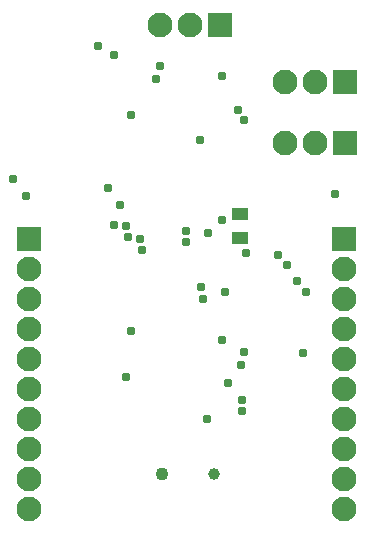
<source format=gbs>
G04*
G04 #@! TF.GenerationSoftware,Altium Limited,Altium Designer,23.7.1 (13)*
G04*
G04 Layer_Color=16711935*
%FSLAX25Y25*%
%MOIN*%
G70*
G04*
G04 #@! TF.SameCoordinates,3E470AC7-ECF9-48F6-9F6D-68BDDA74D969*
G04*
G04*
G04 #@! TF.FilePolarity,Negative*
G04*
G01*
G75*
%ADD15R,0.05315X0.04331*%
%ADD23C,0.04343*%
%ADD24C,0.03937*%
%ADD25C,0.08268*%
%ADD26R,0.08268X0.08268*%
%ADD27R,0.08268X0.08268*%
%ADD28C,0.03071*%
D15*
X95276Y108268D02*
D03*
Y100394D02*
D03*
D23*
X69134Y21654D02*
D03*
D24*
X86457D02*
D03*
D25*
X130000Y10000D02*
D03*
Y20000D02*
D03*
Y30000D02*
D03*
Y40000D02*
D03*
Y50000D02*
D03*
Y60000D02*
D03*
Y70000D02*
D03*
Y80000D02*
D03*
Y90000D02*
D03*
X25000D02*
D03*
Y80000D02*
D03*
Y70000D02*
D03*
Y60000D02*
D03*
Y50000D02*
D03*
Y40000D02*
D03*
Y30000D02*
D03*
Y20000D02*
D03*
Y10000D02*
D03*
X120079Y131890D02*
D03*
X110079D02*
D03*
X120079Y152362D02*
D03*
X110079D02*
D03*
X78740Y171260D02*
D03*
X68740D02*
D03*
D26*
X130000Y100000D02*
D03*
X25000D02*
D03*
D27*
X130079Y131890D02*
D03*
Y152362D02*
D03*
X88740Y171260D02*
D03*
D28*
X89370Y66142D02*
D03*
X77165Y98819D02*
D03*
X96457Y139631D02*
D03*
X55261Y111398D02*
D03*
X83071Y80028D02*
D03*
X57087Y53937D02*
D03*
X95426Y58025D02*
D03*
X67405Y153150D02*
D03*
X68504Y157480D02*
D03*
X94488Y142913D02*
D03*
X59055Y69291D02*
D03*
X90158Y82284D02*
D03*
X84646Y101969D02*
D03*
X89370Y154331D02*
D03*
X77165Y102756D02*
D03*
X81890Y133071D02*
D03*
X97244Y95276D02*
D03*
X89370Y106299D02*
D03*
X116142Y61811D02*
D03*
X117323Y82284D02*
D03*
X107874Y94488D02*
D03*
X114173Y85827D02*
D03*
X111024Y91339D02*
D03*
X24016Y114173D02*
D03*
X19685Y120079D02*
D03*
X59055Y141339D02*
D03*
X53150Y161417D02*
D03*
X51181Y116929D02*
D03*
X126772Y114961D02*
D03*
X96457Y62205D02*
D03*
X96063Y46457D02*
D03*
X91339Y51968D02*
D03*
X82333Y83908D02*
D03*
X62598Y96379D02*
D03*
X61811Y100046D02*
D03*
X57874Y100563D02*
D03*
X57188Y104331D02*
D03*
X53150Y104747D02*
D03*
X96063Y42520D02*
D03*
X84095Y40000D02*
D03*
X47835Y164370D02*
D03*
M02*

</source>
